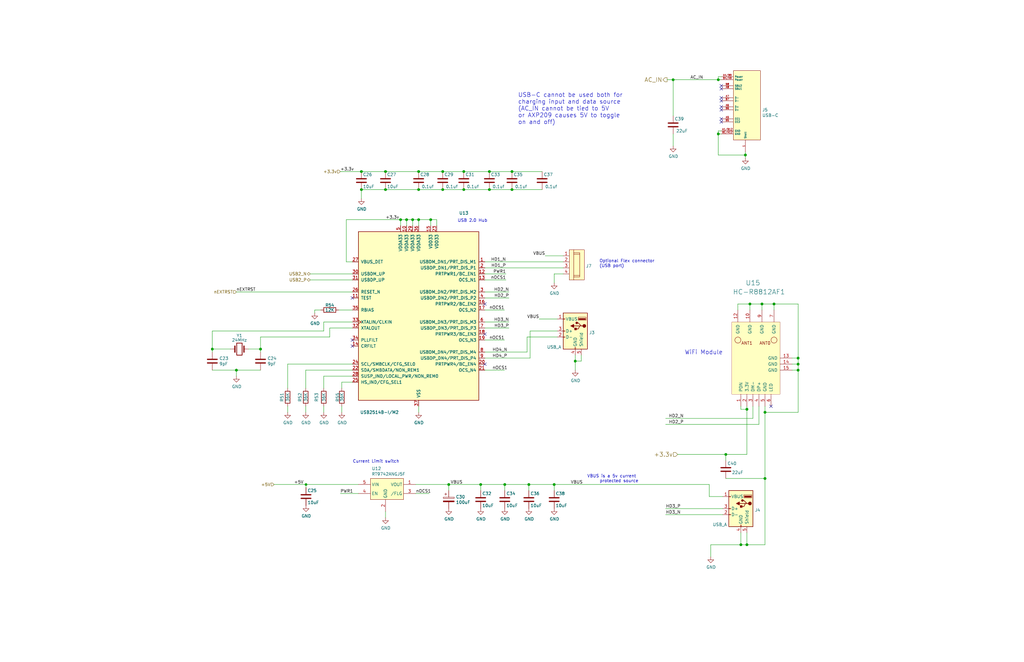
<source format=kicad_sch>
(kicad_sch (version 20211123) (generator eeschema)
  (paper "B")
  (title_block (title "ConnectBox CM4 for China Case ") (date "2022-07-24") (rev "1.8.4") (comment 1 "JRA"))
  (lib_symbols
    (symbol "Connector:USB_A" (pin_names (offset 1.016))
      (property "Reference" "J" (at -5.08 11.43 0))
      (property "Value" "USB_A" (at -5.08 8.89 0))
      (symbol "USB_A_0_1"
        (rectangle (start -5.08 -7.62) (end 5.08 7.62) (stroke (width 0.254)) (fill (type background)))
        (circle (center -3.81 2.159) (radius 0.635) (stroke (width 0.254)) (fill (type outline)))
        (rectangle (start -1.524 4.826) (end -4.318 5.334) (fill (type outline)))
        (rectangle (start -1.27 4.572) (end -4.572 5.842))
        (circle (center -0.635 3.429) (radius 0.381) (stroke (width 0.254)) (fill (type outline)))
        (rectangle (start -0.127 -7.62) (end 0.127 -6.858))
        (polyline (pts (xy -3.175 2.159) (xy -2.54 2.159) (xy -1.27 3.429) (xy -0.635 3.429)) (stroke (width 0.254)))
        (polyline (pts (xy -2.54 2.159) (xy -1.905 2.159) (xy -1.27 0.889) (xy 0 0.889)) (stroke (width 0.254)))
        (polyline (pts (xy 0.635 2.794) (xy 0.635 1.524) (xy 1.905 2.159) (xy 0.635 2.794)) (stroke (width 0.254)) (fill (type outline)))
        (rectangle (start 0.254 1.27) (end -0.508 0.508) (stroke (width 0.254)) (fill (type outline)))
        (rectangle (start 5.08 -2.667) (end 4.318 -2.413))
        (rectangle (start 5.08 -0.127) (end 4.318 0.127))
        (rectangle (start 5.08 4.953) (end 4.318 5.207))
      )
      (symbol "USB_A_1_1"
        (polyline (pts (xy -1.905 2.159) (xy 0.635 2.159)) (stroke (width 0.254)))
        (pin power_in line (at 7.62 5.08 180) (length 2.54) (name "VBUS") (number "1"))
        (pin bidirectional line (at 7.62 -2.54 180) (length 2.54) (name "D-") (number "2"))
        (pin bidirectional line (at 7.62 0 180) (length 2.54) (name "D+") (number "3"))
        (pin power_in line (at 0 -10.16 90) (length 2.54) (name "GND") (number "4"))
        (pin passive line (at -2.54 -10.16 90) (length 2.54) (name "Shield") (number "5"))
      )
    )
    (symbol "Custom_1:CP" (pin_numbers hide) (pin_names (offset 0.254))
      (property "Reference" "C20" (at 0.3811 3.3009 0))
      (property "Value" "CP" (at 0.3811 -2.8078 0))
      (symbol "CP_0_1"
        (rectangle (start -2.286 0.508) (end 2.286 1.016))
        (polyline (pts (xy -1.778 2.286) (xy -0.762 2.286)))
        (polyline (pts (xy -1.27 2.794) (xy -1.27 1.778)))
        (rectangle (start 2.286 -0.508) (end -2.286 -1.016) (fill (type outline)))
      )
      (symbol "CP_1_1"
        (pin passive line (at 0 3.81 270) (length 2.794) (name "~") (number "1"))
        (pin passive line (at 0 -3.81 90) (length 2.794) (name "~") (number "2"))
      )
    )
    (symbol "Custom_1:Flex-4"
      (property "Reference" "J" (at -5.08 7.62 0))
      (symbol "Flex-4_0_1"
        (polyline (pts (xy 1.905 -4.445) (xy 1.905 4.445)) (stroke (width 0.1524)))
        (polyline (pts (xy 1.905 -5.08) (xy 1.905 -4.445) (xy 4.445 -4.445)) (stroke (width 0.1524)))
        (polyline (pts (xy 1.905 5.08) (xy 1.905 4.445) (xy 4.445 4.445)) (stroke (width 0.1524)))
        (polyline (pts (xy 1.905 6.35) (xy 1.905 5.08) (xy 4.445 5.08) (xy 4.445 -5.08) (xy 1.905 -5.08) (xy 1.905 -6.35)) (stroke (width 0.1524)))
        (rectangle (start 0 6.35) (end 6.35 -6.35) (stroke (width 0.1524)) (fill (type background)))
      )
      (symbol "Flex-4_1_1"
        (pin input line (at -2.54 3.81 0) (length 2.54) (name "") (number "1"))
        (pin input line (at -2.54 1.27 0) (length 2.54) (name "") (number "2"))
        (pin input line (at -2.54 -1.27 0) (length 2.54) (name "") (number "3"))
        (pin input line (at -2.54 -3.81 0) (length 2.54) (name "") (number "4"))
      )
    )
    (symbol "Custom_1:HC-R8812AU2" (pin_names (offset 1.016))
      (property "Reference" "U" (at -26.67 19.05 0))
      (property "Value" "HC-R8812AU2" (at -33.02 12.7 0))
      (symbol "HC-R8812AU2_0_0"
        (text "ANT0" (at -3.81 21.59 0) (effects (font (size 1.27 1.27))))
        (text "ANT1" (at -11.43 21.59 0) (effects (font (size 1.27 1.27))))
      )
      (symbol "HC-R8812AU2_0_1"
        (rectangle (start -17.78 0) (end 2.54 30.48) (stroke (width 0.0254)) (fill (type background)))
        (circle (center -15.24 22.86) (radius 1.27))
        (circle (center 0 22.86) (radius 1.27))
      )
      (symbol "HC-R8812AU2_1_1"
        (pin input line (at -13.97 -5.08 90) (length 5.08) (name "PDN") (number "1"))
        (pin input line (at -10.16 35.56 270) (length 5.08) (name "GND") (number "10"))
        (pin input line (at -15.24 35.56 270) (length 5.08) (name "GND") (number "12"))
        (pin input line (at 7.62 15.24 180) (length 5.08) (name "GND") (number "13"))
        (pin input line (at 7.62 12.7 180) (length 5.08) (name "GND") (number "14"))
        (pin input line (at 7.62 10.16 180) (length 5.08) (name "GND") (number "15"))
        (pin input line (at -11.43 -5.08 90) (length 5.08) (name "3.3V") (number "2"))
        (pin input line (at -8.89 -5.08 90) (length 5.08) (name "DM-") (number "3"))
        (pin input line (at -6.35 -5.08 90) (length 5.08) (name "DP+") (number "4"))
        (pin input line (at -3.81 -5.08 90) (length 5.08) (name "GND") (number "5"))
        (pin input line (at -1.27 -5.08 90) (length 5.08) (name "LED") (number "6"))
        (pin input line (at 0 35.56 270) (length 5.08) (name "GND") (number "7"))
        (pin input line (at -5.08 35.56 270) (length 5.08) (name "GND") (number "9"))
      )
    )
    (symbol "Custom_1:T9742ANGJ5F"
      (property "Reference" "U" (at -2.54 13.97 0))
      (property "Value" "T9742ANGJ5F" (at 2.54 11.43 0))
      (symbol "T9742ANGJ5F_0_1"
        (rectangle (start -7.62 8.89) (end 6.35 0) (stroke (width 0.1524)) (fill (type background)))
      )
      (symbol "T9742ANGJ5F_1_1"
        (pin power_out line (at 11.43 6.35 180) (length 5.08) (name "VOUT") (number "1"))
        (pin input line (at -1.27 -5.08 90) (length 5.08) (name "GND") (number "2"))
        (pin input line (at 11.43 2.54 180) (length 5.08) (name "/FLG") (number "3"))
        (pin input line (at -12.7 2.54 0) (length 5.08) (name "EN") (number "4"))
        (pin input line (at -12.7 6.35 0) (length 5.08) (name "VIN") (number "5"))
      )
    )
    (symbol "Custom_1:USB-C"
      (property "Reference" "P" (at -2.54 17.78 0))
      (property "Value" "USB-C" (at -10.16 -7.62 0))
      (symbol "USB-C_0_1"
        (rectangle (start -5.08 16.51) (end 6.35 -12.7) (stroke (width 0.1524)) (fill (type background)))
      )
      (symbol "USB-C_1_1"
        (pin input line (at 1.27 -17.78 90) (length 5.08) (name "Shell") (number "1"))
        (pin input line (at 11.43 -8.89 180) (length 5.08) (name "GND") (number "A1/B12"))
        (pin input line (at 11.43 13.97 180) (length 5.08) (name "Power") (number "A4/B9"))
        (pin input line (at 11.43 -3.81 180) (length 5.08) (name "CC1") (number "A5"))
        (pin input line (at 11.43 1.27 180) (length 5.08) (name "D+") (number "A6"))
        (pin input line (at 11.43 5.08 180) (length 5.08) (name "D-") (number "A7"))
        (pin input line (at 11.43 8.89 180) (length 5.08) (name "SBU1") (number "A8"))
        (pin input line (at 11.43 -10.16 180) (length 5.08) (name "GND") (number "B1/A12"))
        (pin input line (at 11.43 12.7 180) (length 5.08) (name "Power") (number "B4/A9"))
        (pin input line (at 11.43 -5.08 180) (length 5.08) (name "CC2") (number "B5"))
        (pin input line (at 11.43 0 180) (length 5.08) (name "D+") (number "B6"))
        (pin input line (at 11.43 3.81 180) (length 5.08) (name "D-") (number "B7"))
        (pin input line (at 11.43 10.16 180) (length 5.08) (name "SBU2") (number "B8"))
      )
    )
    (symbol "Device:C" (pin_numbers hide) (pin_names (offset 0.254))
      (property "Reference" "C" (at 0.635 2.54 0))
      (property "Value" "C" (at 0.635 -2.54 0))
      (symbol "C_0_1"
        (polyline (pts (xy -2.032 -0.762) (xy 2.032 -0.762)) (stroke (width 0.508)))
        (polyline (pts (xy -2.032 0.762) (xy 2.032 0.762)) (stroke (width 0.508)))
      )
      (symbol "C_1_1"
        (pin passive line (at 0 3.81 270) (length 2.794) (name "~") (number "1"))
        (pin passive line (at 0 -3.81 90) (length 2.794) (name "~") (number "2"))
      )
    )
    (symbol "Device:Crystal" (pin_numbers hide) (pin_names (offset 1.016) hide)
      (property "Reference" "Y" (at 0 3.81 0))
      (property "Value" "Crystal" (at 0 -3.81 0))
      (symbol "Crystal_0_1"
        (rectangle (start -1.143 2.54) (end 1.143 -2.54) (stroke (width 0.3048)))
        (polyline (pts (xy -2.54 0) (xy -1.905 0)))
        (polyline (pts (xy -1.905 -1.27) (xy -1.905 1.27)) (stroke (width 0.508)))
        (polyline (pts (xy 1.905 -1.27) (xy 1.905 1.27)) (stroke (width 0.508)))
        (polyline (pts (xy 2.54 0) (xy 1.905 0)))
      )
      (symbol "Crystal_1_1"
        (pin passive line (at -3.81 0 0) (length 1.27) (name "1") (number "1"))
        (pin passive line (at 3.81 0 180) (length 1.27) (name "2") (number "2"))
      )
    )
    (symbol "Device:R" (pin_numbers hide) (pin_names (offset 0))
      (property "Reference" "R" (at 2.032 0 90))
      (property "Value" "R" (at 0 0 90))
      (symbol "R_0_1"
        (rectangle (start -1.016 -2.54) (end 1.016 2.54) (stroke (width 0.254)))
      )
      (symbol "R_1_1"
        (pin passive line (at 0 3.81 270) (length 1.27) (name "~") (number "1"))
        (pin passive line (at 0 -3.81 90) (length 1.27) (name "~") (number "2"))
      )
    )
    (symbol "GND_1" (power) (pin_numbers hide) (pin_names (offset 0) hide)
      (property "Value" "GND_1" (at 0 -3.81 0))
      (symbol "GND_1_0_1"
        (polyline (pts (xy 0 0) (xy 0 -1.27) (xy 1.27 -1.27) (xy 0 -2.54) (xy -1.27 -1.27) (xy 0 -1.27)))
      )
      (symbol "GND_1_1_1"
        (pin power_in line (at 0 0 270) (length 0) hide (name "GND") (number "1"))
      )
    )
    (symbol "GND_2" (power) (pin_numbers hide) (pin_names (offset 0) hide)
      (property "Value" "GND_2" (at 0 -3.81 0))
      (symbol "GND_2_0_1"
        (polyline (pts (xy 0 0) (xy 0 -1.27) (xy 1.27 -1.27) (xy 0 -2.54) (xy -1.27 -1.27) (xy 0 -1.27)))
      )
      (symbol "GND_2_1_1"
        (pin power_in line (at 0 0 270) (length 0) hide (name "GND") (number "1"))
      )
    )
    (symbol "Interface_USB:USB2514B_Bi" (pin_names (offset 1.016))
      (property "Reference" "U" (at -17.78 40.64 0))
      (property "Value" "USB2514B_Bi" (at -20.32 38.1 0))
      (symbol "USB2514B_Bi_0_1"
        (rectangle (start -25.4 35.56) (end 25.4 -35.56) (stroke (width 0.254)) (fill (type background)))
      )
      (symbol "USB2514B_Bi_1_1"
        (pin bidirectional line (at 27.94 22.86 180) (length 2.54) (name "USBDM_DN1/PRT_DIS_M1") (number "1"))
        (pin power_in line (at -5.08 38.1 270) (length 2.54) (name "VDDA33") (number "10"))
        (pin input line (at -27.94 7.62 0) (length 2.54) (name "TEST") (number "11"))
        (pin bidirectional line (at 27.94 17.78 180) (length 2.54) (name "PRTPWR1/BC_EN1") (number "12"))
        (pin input line (at 27.94 15.24 180) (length 2.54) (name "OCS_N1") (number "13"))
        (pin input line (at -27.94 -12.7 0) (length 2.54) (name "CRFILT") (number "14"))
        (pin power_in line (at 5.08 38.1 270) (length 2.54) (name "VDD33") (number "15"))
        (pin bidirectional line (at 27.94 5.08 180) (length 2.54) (name "PRTPWR2/BC_EN2") (number "16"))
        (pin input line (at 27.94 2.54 180) (length 2.54) (name "OCS_N2") (number "17"))
        (pin bidirectional line (at 27.94 -7.62 180) (length 2.54) (name "PRTPWR3/BC_EN3") (number "18"))
        (pin input line (at 27.94 -10.16 180) (length 2.54) (name "OCS_N3") (number "19"))
        (pin bidirectional line (at 27.94 20.32 180) (length 2.54) (name "USBDP_DN1/PRT_DIS_P1") (number "2"))
        (pin bidirectional line (at 27.94 -20.32 180) (length 2.54) (name "PRTPWR4/BC_EN4") (number "20"))
        (pin input line (at 27.94 -22.86 180) (length 2.54) (name "OCS_N4") (number "21"))
        (pin bidirectional line (at -27.94 -22.86 0) (length 2.54) (name "SDA/SMBDATA/NON_REM1") (number "22"))
        (pin power_in line (at 7.62 38.1 270) (length 2.54) (name "VDD33") (number "23"))
        (pin bidirectional line (at -27.94 -20.32 0) (length 2.54) (name "SCL/SMBCLK/CFG_SEL0") (number "24"))
        (pin bidirectional line (at -27.94 -27.94 0) (length 2.54) (name "HS_IND/CFG_SEL1") (number "25"))
        (pin input line (at -27.94 10.16 0) (length 2.54) (name "RESET_N") (number "26"))
        (pin input line (at -27.94 22.86 0) (length 2.54) (name "VBUS_DET") (number "27"))
        (pin bidirectional line (at -27.94 -25.4 0) (length 2.54) (name "SUSP_IND/LOCAL_PWR/NON_REM0") (number "28"))
        (pin power_in line (at -2.54 38.1 270) (length 2.54) (name "VDDA33") (number "29"))
        (pin bidirectional line (at 27.94 10.16 180) (length 2.54) (name "USBDM_DN2/PRT_DIS_M2") (number "3"))
        (pin bidirectional line (at -27.94 17.78 0) (length 2.54) (name "USBDM_UP") (number "30"))
        (pin bidirectional line (at -27.94 15.24 0) (length 2.54) (name "USBDP_UP") (number "31"))
        (pin output line (at -27.94 -5.08 0) (length 2.54) (name "XTALOUT") (number "32"))
        (pin input clock (at -27.94 -2.54 0) (length 2.54) (name "XTALIN/CLKIN") (number "33"))
        (pin input line (at -27.94 -10.16 0) (length 2.54) (name "PLLFILT") (number "34"))
        (pin input line (at -27.94 2.54 0) (length 2.54) (name "RBIAS") (number "35"))
        (pin power_in line (at 0 38.1 270) (length 2.54) (name "VDDA33") (number "36"))
        (pin power_in line (at 0 -38.1 90) (length 2.54) (name "VSS") (number "37"))
        (pin bidirectional line (at 27.94 7.62 180) (length 2.54) (name "USBDP_DN2/PRT_DIS_P2") (number "4"))
        (pin power_in line (at -7.62 38.1 270) (length 2.54) (name "VDDA33") (number "5"))
        (pin bidirectional line (at 27.94 -2.54 180) (length 2.54) (name "USBDM_DN3/PRT_DIS_M3") (number "6"))
        (pin bidirectional line (at 27.94 -5.08 180) (length 2.54) (name "USBDP_DN3/PRT_DIS_P3") (number "7"))
        (pin bidirectional line (at 27.94 -15.24 180) (length 2.54) (name "USBDM_DN4/PRT_DIS_M4") (number "8"))
        (pin bidirectional line (at 27.94 -17.78 180) (length 2.54) (name "USBDP_DN4/PRT_DIS_P4") (number "9"))
      )
    )
    (symbol "power:GND" (power) (pin_names (offset 0))
      (property "Value" "GND" (at 0 -3.81 0))
      (symbol "GND_0_1"
        (polyline (pts (xy 0 0) (xy 0 -1.27) (xy 1.27 -1.27) (xy 0 -2.54) (xy -1.27 -1.27) (xy 0 -1.27)))
      )
      (symbol "GND_1_1"
        (pin power_in line (at 0 0 270) (length 0) hide (name "GND") (number "1"))
      )
    )
  )
  (junction (at 168.91 92.71) (diameter 1.016))
  (junction (at 186.69 72.39) (diameter 1.016))
  (junction (at 176.53 92.71) (diameter 1.016))
  (junction (at 173.99 92.71) (diameter 1.016))
  (junction (at 181.61 92.71) (diameter 1.016))
  (junction (at 321.31 128.27) (diameter 1.016))
  (junction (at 233.68 204.47) (diameter 1.016))
  (junction (at 99.695 156.21) (diameter 1.016))
  (junction (at 302.895 56.515) (diameter 1.016))
  (junction (at 202.692 204.47) (diameter 1.016))
  (junction (at 314.96 229.87) (diameter 1.016))
  (junction (at 171.45 92.71) (diameter 1.016))
  (junction (at 322.58 201.93) (diameter 1.016))
  (junction (at 206.375 72.39) (diameter 1.016))
  (junction (at 223.012 204.47) (diameter 1.016))
  (junction (at 316.23 128.27) (diameter 1.016))
  (junction (at 336.55 156.21) (diameter 1.016))
  (junction (at 326.39 128.27) (diameter 1.016))
  (junction (at 129.032 204.47))
  (junction (at 336.55 151.13) (diameter 1.016))
  (junction (at 162.56 80.01) (diameter 1.016))
  (junction (at 322.58 173.99) (diameter 1.016))
  (junction (at 195.58 80.01) (diameter 1.016))
  (junction (at 189.23 204.47) (diameter 1.016))
  (junction (at 215.9 72.39) (diameter 1.016))
  (junction (at 314.96 172.72) (diameter 1.016))
  (junction (at 152.4 80.01) (diameter 1.016))
  (junction (at 242.57 152.4) (diameter 1.016))
  (junction (at 206.375 80.01) (diameter 1.016))
  (junction (at 162.56 72.39) (diameter 1.016))
  (junction (at 283.845 33.655) (diameter 1.016))
  (junction (at 186.69 80.01) (diameter 1.016))
  (junction (at 212.852 204.47) (diameter 1.016))
  (junction (at 195.58 72.39) (diameter 1.016))
  (junction (at 215.9 80.01) (diameter 1.016))
  (junction (at 312.42 229.87) (diameter 1.016))
  (junction (at 109.855 147.32) (diameter 1.016))
  (junction (at 176.53 80.01) (diameter 1.016))
  (junction (at 302.895 33.655) (diameter 1.016))
  (junction (at 314.325 65.405) (diameter 1.016))
  (junction (at 306.07 191.77) (diameter 1.016))
  (junction (at 152.4 72.39) (diameter 1.016))
  (junction (at 336.55 153.67) (diameter 1.016))
  (junction (at 176.53 72.39) (diameter 1.016))
  (junction (at 89.535 147.32) (diameter 1.016))
  (no_connect (at 325.12 171.45))
  (no_connect (at 304.165 37.465))
  (no_connect (at 304.165 41.275))
  (no_connect (at 304.165 46.355))
  (no_connect (at 304.165 45.085))
  (no_connect (at 304.165 42.545))
  (no_connect (at 304.165 51.435))
  (no_connect (at 304.165 50.165))
  (no_connect (at 148.59 143.51))
  (no_connect (at 148.59 125.73))
  (no_connect (at 304.165 36.195))
  (no_connect (at 204.47 128.27))
  (no_connect (at 204.47 140.97))
  (no_connect (at 204.47 153.67))
  (no_connect (at 148.59 146.05))
  (wire (pts (xy 144.145 171.45) (xy 144.145 173.99)))
  (wire (pts (xy 129.032 204.47) (xy 151.13 204.47)))
  (wire (pts (xy 89.535 139.7) (xy 89.535 147.32)))
  (wire (pts (xy 144.145 161.29) (xy 148.59 161.29)))
  (wire (pts (xy 280.67 179.07) (xy 320.04 179.07)))
  (wire (pts (xy 320.04 171.45) (xy 320.04 179.07)))
  (wire (pts (xy 304.165 33.655) (xy 302.895 33.655)))
  (wire (pts (xy 223.012 204.47) (xy 223.012 207.01)))
  (wire (pts (xy 128.905 171.45) (xy 128.905 173.99)))
  (wire (pts (xy 299.085 209.55) (xy 299.085 204.47)))
  (wire (pts (xy 304.165 55.245) (xy 302.895 55.245)))
  (wire (pts (xy 242.57 149.86) (xy 242.57 152.4)))
  (wire (pts (xy 242.57 152.4) (xy 242.57 156.21)))
  (wire (pts (xy 306.07 191.77) (xy 314.96 191.77)))
  (wire (pts (xy 136.525 158.75) (xy 148.59 158.75)))
  (wire (pts (xy 204.47 143.51) (xy 212.725 143.51)))
  (wire (pts (xy 202.692 204.47) (xy 212.852 204.47)))
  (wire (pts (xy 204.47 138.43) (xy 214.63 138.43)))
  (wire (pts (xy 312.42 229.87) (xy 314.96 229.87)))
  (wire (pts (xy 314.96 229.87) (xy 322.58 229.87)))
  (wire (pts (xy 336.55 153.67) (xy 336.55 151.13)))
  (wire (pts (xy 128.905 163.83) (xy 128.905 156.21)))
  (wire (pts (xy 326.39 130.81) (xy 326.39 128.27)))
  (wire (pts (xy 128.905 156.21) (xy 148.59 156.21)))
  (wire (pts (xy 321.31 128.27) (xy 321.31 130.81)))
  (wire (pts (xy 204.47 125.73) (xy 214.63 125.73)))
  (wire (pts (xy 314.96 172.72) (xy 314.96 191.77)))
  (wire (pts (xy 326.39 128.27) (xy 321.31 128.27)))
  (wire (pts (xy 222.25 142.24) (xy 234.95 142.24)))
  (wire (pts (xy 222.25 148.59) (xy 222.25 142.24)))
  (wire (pts (xy 168.91 92.71) (xy 171.45 92.71)))
  (wire (pts (xy 171.45 92.71) (xy 173.99 92.71)))
  (wire (pts (xy 173.99 92.71) (xy 176.53 92.71)))
  (wire (pts (xy 176.53 92.71) (xy 181.61 92.71)))
  (wire (pts (xy 181.61 92.71) (xy 184.15 92.71)))
  (wire (pts (xy 184.15 92.71) (xy 184.15 95.25)))
  (wire (pts (xy 136.525 171.45) (xy 136.525 173.99)))
  (wire (pts (xy 104.775 147.32) (xy 109.855 147.32)))
  (wire (pts (xy 139.065 142.24) (xy 109.855 142.24)))
  (wire (pts (xy 204.47 118.11) (xy 213.36 118.11)))
  (wire (pts (xy 280.67 217.17) (xy 304.8 217.17)))
  (wire (pts (xy 171.45 92.71) (xy 171.45 95.25)))
  (wire (pts (xy 304.165 56.515) (xy 302.895 56.515)))
  (wire (pts (xy 283.845 33.655) (xy 283.845 48.895)))
  (wire (pts (xy 175.26 204.47) (xy 189.23 204.47)))
  (wire (pts (xy 99.695 123.19) (xy 148.59 123.19)))
  (wire (pts (xy 223.52 139.7) (xy 223.52 151.13)))
  (wire (pts (xy 234.95 139.7) (xy 223.52 139.7)))
  (wire (pts (xy 144.145 163.83) (xy 144.145 161.29)))
  (wire (pts (xy 336.55 173.99) (xy 336.55 156.21)))
  (wire (pts (xy 175.26 208.28) (xy 180.975 208.28)))
  (wire (pts (xy 204.47 148.59) (xy 222.25 148.59)))
  (wire (pts (xy 148.59 138.43) (xy 139.065 138.43)))
  (wire (pts (xy 89.535 148.59) (xy 89.535 147.32)))
  (wire (pts (xy 314.96 224.79) (xy 314.96 229.87)))
  (wire (pts (xy 281.305 33.655) (xy 283.845 33.655)))
  (wire (pts (xy 283.845 33.655) (xy 302.895 33.655)))
  (wire (pts (xy 148.59 110.49) (xy 146.05 110.49)))
  (wire (pts (xy 212.852 204.47) (xy 223.012 204.47)))
  (wire (pts (xy 129.032 205.74) (xy 129.032 204.47)))
  (wire (pts (xy 306.07 191.77) (xy 306.07 194.31)))
  (wire (pts (xy 136.525 139.7) (xy 89.535 139.7)))
  (wire (pts (xy 322.58 173.99) (xy 322.58 201.93)))
  (wire (pts (xy 302.895 33.655) (xy 302.895 32.385)))
  (wire (pts (xy 314.325 65.405) (xy 314.325 66.675)))
  (wire (pts (xy 146.05 110.49) (xy 146.05 92.71)))
  (wire (pts (xy 322.58 171.45) (xy 322.58 173.99)))
  (wire (pts (xy 283.845 56.515) (xy 283.845 61.595)))
  (wire (pts (xy 181.61 92.71) (xy 181.61 95.25)))
  (wire (pts (xy 204.47 113.03) (xy 237.49 113.03)))
  (wire (pts (xy 302.895 65.405) (xy 314.325 65.405)))
  (wire (pts (xy 312.42 172.72) (xy 314.96 172.72)))
  (wire (pts (xy 136.525 163.83) (xy 136.525 158.75)))
  (wire (pts (xy 204.47 115.57) (xy 213.36 115.57)))
  (wire (pts (xy 212.852 204.47) (xy 212.852 207.01)))
  (wire (pts (xy 121.285 171.45) (xy 121.285 173.99)))
  (wire (pts (xy 280.67 176.53) (xy 317.5 176.53)))
  (wire (pts (xy 317.5 171.45) (xy 317.5 176.53)))
  (wire (pts (xy 99.695 156.21) (xy 109.855 156.21)))
  (wire (pts (xy 280.67 214.63) (xy 304.8 214.63)))
  (wire (pts (xy 285.75 191.77) (xy 306.07 191.77)))
  (wire (pts (xy 233.68 204.47) (xy 299.085 204.47)))
  (wire (pts (xy 299.085 209.55) (xy 304.8 209.55)))
  (wire (pts (xy 176.53 171.45) (xy 176.53 173.99)))
  (wire (pts (xy 322.58 201.93) (xy 306.07 201.93)))
  (wire (pts (xy 237.49 115.57) (xy 233.68 115.57)))
  (wire (pts (xy 334.01 153.67) (xy 336.55 153.67)))
  (wire (pts (xy 336.55 156.21) (xy 336.55 153.67)))
  (wire (pts (xy 302.895 56.515) (xy 302.895 55.245)))
  (wire (pts (xy 115.57 204.47) (xy 129.032 204.47)))
  (wire (pts (xy 312.42 224.79) (xy 312.42 229.87)))
  (wire (pts (xy 204.47 123.19) (xy 214.63 123.19)))
  (wire (pts (xy 321.31 128.27) (xy 316.23 128.27)))
  (wire (pts (xy 89.535 156.21) (xy 99.695 156.21)))
  (wire (pts (xy 189.23 204.47) (xy 202.692 204.47)))
  (wire (pts (xy 143.51 72.39) (xy 152.4 72.39)))
  (wire (pts (xy 152.4 72.39) (xy 162.56 72.39)))
  (wire (pts (xy 148.59 115.57) (xy 130.81 115.57)))
  (wire (pts (xy 314.325 64.135) (xy 314.325 65.405)))
  (wire (pts (xy 136.525 135.89) (xy 136.525 139.7)))
  (wire (pts (xy 242.57 152.4) (xy 245.11 152.4)))
  (wire (pts (xy 245.11 149.86) (xy 245.11 152.4)))
  (wire (pts (xy 176.53 92.71) (xy 176.53 95.25)))
  (wire (pts (xy 227.33 134.62) (xy 234.95 134.62)))
  (wire (pts (xy 302.895 56.515) (xy 302.895 65.405)))
  (wire (pts (xy 304.165 32.385) (xy 302.895 32.385)) (stroke (width 0.1524)))
  (wire (pts (xy 132.715 130.81) (xy 132.715 132.08)))
  (wire (pts (xy 162.56 215.9) (xy 162.56 218.44)))
  (wire (pts (xy 229.87 107.95) (xy 237.49 107.95)))
  (wire (pts (xy 204.47 110.49) (xy 237.49 110.49)))
  (wire (pts (xy 311.15 128.27) (xy 311.15 130.81)))
  (wire (pts (xy 121.285 153.67) (xy 148.59 153.67)))
  (wire (pts (xy 130.81 118.11) (xy 148.59 118.11)))
  (wire (pts (xy 314.96 171.45) (xy 314.96 172.72)))
  (wire (pts (xy 316.23 128.27) (xy 311.15 128.27)))
  (wire (pts (xy 135.255 130.81) (xy 132.715 130.81)))
  (wire (pts (xy 162.56 72.39) (xy 176.53 72.39)))
  (wire (pts (xy 176.53 72.39) (xy 186.69 72.39)))
  (wire (pts (xy 186.69 72.39) (xy 195.58 72.39)))
  (wire (pts (xy 195.58 72.39) (xy 206.375 72.39)))
  (wire (pts (xy 206.375 72.39) (xy 215.9 72.39)))
  (wire (pts (xy 215.9 72.39) (xy 228.6 72.39)))
  (wire (pts (xy 204.47 156.21) (xy 212.725 156.21)))
  (wire (pts (xy 336.55 151.13) (xy 334.01 151.13)))
  (wire (pts (xy 142.875 130.81) (xy 148.59 130.81)))
  (wire (pts (xy 316.23 128.27) (xy 316.23 130.81)))
  (wire (pts (xy 322.58 173.99) (xy 336.55 173.99)))
  (wire (pts (xy 189.23 204.47) (xy 189.23 207.01)))
  (wire (pts (xy 299.72 229.87) (xy 299.72 234.95)))
  (wire (pts (xy 312.42 229.87) (xy 299.72 229.87)))
  (wire (pts (xy 233.68 207.01) (xy 233.68 204.47)))
  (wire (pts (xy 223.012 204.47) (xy 233.68 204.47)))
  (wire (pts (xy 121.285 163.83) (xy 121.285 153.67)))
  (wire (pts (xy 139.065 138.43) (xy 139.065 142.24)))
  (wire (pts (xy 109.855 147.32) (xy 109.855 148.59)))
  (wire (pts (xy 204.47 130.81) (xy 212.725 130.81)))
  (wire (pts (xy 136.525 135.89) (xy 148.59 135.89)))
  (wire (pts (xy 326.39 128.27) (xy 336.55 128.27)))
  (wire (pts (xy 146.05 92.71) (xy 168.91 92.71)))
  (wire (pts (xy 312.42 171.45) (xy 312.42 172.72)))
  (wire (pts (xy 99.695 156.21) (xy 99.695 158.75)))
  (wire (pts (xy 152.4 83.82) (xy 152.4 80.01)))
  (wire (pts (xy 336.55 128.27) (xy 336.55 151.13)))
  (wire (pts (xy 202.692 207.01) (xy 202.692 204.47)))
  (wire (pts (xy 334.01 156.21) (xy 336.55 156.21)))
  (wire (pts (xy 152.4 80.01) (xy 162.56 80.01)))
  (wire (pts (xy 162.56 80.01) (xy 176.53 80.01)))
  (wire (pts (xy 176.53 80.01) (xy 186.69 80.01)))
  (wire (pts (xy 186.69 80.01) (xy 195.58 80.01)))
  (wire (pts (xy 195.58 80.01) (xy 206.375 80.01)))
  (wire (pts (xy 206.375 80.01) (xy 215.9 80.01)))
  (wire (pts (xy 215.9 80.01) (xy 228.6 80.01)))
  (wire (pts (xy 322.58 201.93) (xy 322.58 229.87)))
  (wire (pts (xy 204.47 151.13) (xy 223.52 151.13)))
  (wire (pts (xy 173.99 92.71) (xy 173.99 95.25)))
  (wire (pts (xy 89.535 147.32) (xy 97.155 147.32)))
  (wire (pts (xy 109.855 142.24) (xy 109.855 147.32)))
  (wire (pts (xy 233.68 115.57) (xy 233.68 119.38)))
  (wire (pts (xy 168.91 92.71) (xy 168.91 95.25)))
  (wire (pts (xy 204.47 135.89) (xy 214.63 135.89)))
  (wire (pts (xy 143.51 208.28) (xy 151.13 208.28)))
  (text "Current Limit switch" (at 168.402 195.58 180) (effects (font (size 1.27 1.27)) (justify right bottom)))
  (text "USB-C cannot be used both for\ncharging input and data source\n(AC_IN cannot be tied to 5V\nor AXP209 causes 5V to toggle\non and off)" (at 218.44 52.705 0) (effects (font (size 1.778 1.778)) (justify left bottom)))
  (text "Optional Flex connector\n(USB port)" (at 252.73 113.03 0) (effects (font (size 1.27 1.27)) (justify left bottom)))
  (text "USB 2.0 Hub" (at 205.5368 93.9292 180) (effects (font (size 1.27 1.27)) (justify right bottom)))
  (text "VBUS is a 5v current \nprotected source" (at 269.24 203.835 180) (effects (font (size 1.27 1.27)) (justify right bottom)))
  (text "WiFi Module" (at 304.8 149.86 180) (effects (font (size 1.778 1.778)) (justify right bottom)))
  (label "nOCS1" (at 212.725 143.51 180))
  (label "nOCS1" (at 212.725 130.81 180))
  (label "+3.3v" (at 162.56 92.71 0))
  (label "HD1_P" (at 213.36 113.03 180))
  (label "nOCS1" (at 207.645 156.21 0))
  (label "+3.3v" (at 143.51 72.39 0))
  (label "HD2_P" (at 214.63 125.73 180))
  (label "+5V" (at 123.952 204.47 0))
  (label "HD2_N" (at 214.63 123.19 180))
  (label "VBUS" (at 227.33 134.62 180))
  (label "nEXTRST" (at 99.695 123.19 0))
  (label "VBUS" (at 189.992 204.47 0))
  (label "HD4_P" (at 207.645 151.13 0))
  (label "HD2_N" (at 288.29 176.53 180))
  (label "HD1_N" (at 213.36 110.49 180))
  (label "nOCS1" (at 175.387 208.28 0))
  (label "PWR1" (at 143.51 208.28 0))
  (label "HD3_P" (at 287.02 214.63 180))
  (label "HD2_P" (at 288.29 179.07 180))
  (label "HD3_P" (at 214.63 138.43 180))
  (label "HD3_N" (at 287.02 217.17 180))
  (label "AC_IN" (at 296.545 33.655 180))
  (label "HD4_N" (at 207.645 148.59 0))
  (label "VBUS" (at 245.745 204.47 180))
  (label "PWR1" (at 213.36 115.57 180))
  (label "HD3_N" (at 214.63 135.89 180))
  (label "nOCS1" (at 213.36 118.11 180))
  (label "VBUS" (at 229.87 107.95 180))
  (hierarchical_label "USB2_N" (shape bidirectional) (at 130.81 115.57 180))
  (hierarchical_label "+5V" (shape input) (at 115.57 204.47 180))
  (hierarchical_label "+3.3v" (shape input) (at 143.51 72.39 180))
  (hierarchical_label "AC_IN" (shape output) (at 281.305 33.655 180) (effects (font (size 1.778 1.778))))
  (hierarchical_label "+3.3v" (shape input) (at 285.75 191.77 180) (effects (font (size 1.778 1.778))))
  (hierarchical_label "nEXTRST" (shape input) (at 99.695 123.19 180))
  (hierarchical_label "USB2_P" (shape bidirectional) (at 130.81 118.11 180))
  (symbol (lib_id "Connector:USB_A") (at 242.57 139.7 0) (mirror y) (unit 1)
    (property "Reference" "J3" (at 248.4121 140.3361 0) (effects (justify right)))
    (property "Value" "USB_A" (at 230.6321 146.4448 0) (effects (justify right)))
    (property "Footprint" "CustomComponents:USB_A_CUI_smd" (effects hide))
    (property "Datasheet" " ~" (effects hide))
    (property "Manufacturer" "CUI Devices" (effects hide))
    (property "Manufacturer P/N" "UJ2-AH-1-SMT-TR" (effects hide))
    (property "Description" "USB-A  USB 2.0 Receptacle Surface Mount" (effects hide))
    (property "DigiKey P/N" "102-4133-1-ND" (effects hide))
    (property "Type" "SMD" (effects hide))
  )
  (symbol (lib_id "power:GND") (at 99.695 158.75 0) (unit 1)
    (property "Reference" "#PWR021" (effects hide))
    (property "Value" "GND" (at 99.822 163.1442 0))
  )
  (symbol (lib_id "Device:C") (at 89.535 152.4 0) (unit 1)
    (property "Reference" "C23" (at 92.456 151.2316 0) (effects (justify left)))
    (property "Value" "9pF" (at 92.456 153.543 0) (effects (justify left)))
    (property "Footprint" "Capacitor_SMD:C_0603_1608Metric" (effects hide))
    (property "Manufacturer" "TDK" (effects hide))
    (property "Manufacturer P/N" "CGA3E2C0G1H090D080AA" (effects hide))
    (property "Description" "9 pF ±0.5pF 50V Ceramic Capacitor C0G, NP0 0603 (1608 Metric)" (effects hide))
    (property "DigiKey P/N" "445-5627-1-ND" (effects hide))
    (property "Type" "SMD" (effects hide))
  )
  (symbol (lib_id "power:GND") (at 202.692 214.63 0) (unit 1)
    (property "Reference" "#PWR032" (effects hide))
    (property "Value" "GND" (at 202.819 219.0242 0))
  )
  (symbol (lib_id "power:GND") (at 176.53 173.99 0) (unit 1)
    (property "Reference" "#PWR030" (effects hide))
    (property "Value" "GND" (at 176.657 178.3842 0))
  )
  (symbol (lib_name "GND_2") (lib_id "power:GND") (at 242.57 156.21 0) (unit 1)
    (property "Reference" "#PWR037" (effects hide))
    (property "Value" "GND" (at 242.697 160.6042 0))
  )
  (symbol (lib_id "power:GND") (at 233.68 214.63 0) (unit 1)
    (property "Reference" "#PWR035" (effects hide))
    (property "Value" "GND" (at 233.807 219.0242 0))
  )
  (symbol (lib_id "Device:C") (at 162.56 76.2 0) (unit 1)
    (property "Reference" "C27" (at 163.195 73.66 0) (effects (justify left)))
    (property "Value" "10uF" (at 163.195 78.74 0) (effects (justify left)))
    (property "Footprint" "Capacitor_SMD:C_0603_1608Metric" (effects hide))
    (property "Manufacturer" "Samsung Electro-Mechanics" (effects hide))
    (property "Manufacturer P/N" "C0603C106M9PACTU" (effects hide))
    (property "Description" "CAP CER 10UF 6.3V X5R 0603" (effects hide))
    (property "DigiKey P/N" "399-C0603C106M9PAC7867CT-ND" (effects hide))
    (property "Type" "SMD" (effects hide))
  )
  (symbol (lib_id "Device:C") (at 283.845 52.705 0) (unit 1)
    (property "Reference" "C39" (at 284.48 50.165 0) (effects (justify left)))
    (property "Value" "22uF" (at 285.115 55.245 0) (effects (justify left)))
    (property "Footprint" "Capacitor_SMD:C_0603_1608Metric" (effects hide))
    (property "Manufacturer" "Samsung" (effects hide))
    (property "Manufacturer P/N" "CL10A226MQ8NRNC" (effects hide))
    (property "Description" "CAP CER 22UF 6.3V X5R 0603" (effects hide))
    (property "DigiKey P/N" "1276-1193-1-ND" (effects hide))
    (property "Type" "SMD" (effects hide))
  )
  (symbol (lib_id "Device:C") (at 109.855 152.4 0) (unit 1)
    (property "Reference" "C24" (at 112.776 151.2316 0) (effects (justify left)))
    (property "Value" "9pF" (at 112.776 153.543 0) (effects (justify left)))
    (property "Footprint" "Capacitor_SMD:C_0603_1608Metric" (effects hide))
    (property "Manufacturer" "TDK" (effects hide))
    (property "Manufacturer P/N" "CGA3E2C0G1H090D080AA" (effects hide))
    (property "Description" "9 pF ±0.5pF 50V Ceramic Capacitor C0G, NP0 0603 (1608 Metric)" (effects hide))
    (property "DigiKey P/N" "445-5627-1-ND" (effects hide))
    (property "Type" "SMD" (effects hide))
  )
  (symbol (lib_id "Device:R") (at 139.065 130.81 90) (unit 1)
    (property "Reference" "R54" (at 139.065 128.778 90))
    (property "Value" "12K" (at 139.065 130.81 90))
    (property "Footprint" "Resistor_SMD:R_0603_1608Metric" (effects hide))
    (property "Manufacturer" "Yageo" (effects hide))
    (property "Manufacturer P/N" "RC0603FR-0712KL" (effects hide))
    (property "Description" "RES SMD 12K OHM 1% 1/8W 0603" (effects hide))
    (property "DigiKey P/N" "311-12.0KHRCT-ND" (effects hide))
    (property "Type" "SMD" (effects hide))
  )
  (symbol (lib_id "power:GND") (at 121.285 173.99 0) (unit 1)
    (property "Reference" "#PWR022" (effects hide))
    (property "Value" "GND" (at 121.412 178.3842 0))
  )
  (symbol (lib_id "Device:R") (at 144.145 167.64 0) (unit 1)
    (property "Reference" "R55" (at 142.367 167.64 90))
    (property "Value" "36K" (at 144.145 167.64 90))
    (property "Footprint" "Resistor_SMD:R_0603_1608Metric" (effects hide))
    (property "Manufacturer" "Yageo" (effects hide))
    (property "Manufacturer P/N" "RC0603FR-0736KL" (effects hide))
    (property "Description" "RES SMD 36K OHM 1% 1/8W 0603" (effects hide))
    (property "DigiKey P/N" "311-36.0KHRCT-ND" (effects hide))
    (property "Type" "SMD" (effects hide))
  )
  (symbol (lib_id "power:GND") (at 223.012 214.63 0) (unit 1)
    (property "Reference" "#PWR034" (effects hide))
    (property "Value" "GND" (at 223.139 219.0242 0))
  )
  (symbol (lib_id "Connector:USB_A") (at 312.42 214.63 0) (mirror y) (unit 1)
    (property "Reference" "J4" (at 318.2621 215.2661 0) (effects (justify right)))
    (property "Value" "USB_A" (at 300.4821 221.3748 0) (effects (justify right)))
    (property "Footprint" "CustomComponents:USB_A_CUI_smd" (effects hide))
    (property "Datasheet" " ~" (effects hide))
    (property "Manufacturer" "CUI Devices" (effects hide))
    (property "Manufacturer P/N" "UJ2-AH-1-SMT-TR" (effects hide))
    (property "Description" "USB-A  USB 2.0 Receptacle Surface Mount" (effects hide))
    (property "DigiKey P/N" "102-4133-1-ND" (effects hide))
    (property "Type" "SMD" (effects hide))
  )
  (symbol (lib_id "power:GND") (at 283.845 61.595 0) (unit 1)
    (property "Reference" "#PWR038" (effects hide))
    (property "Value" "GND" (at 283.972 65.9892 0))
  )
  (symbol (lib_id "Device:C") (at 223.012 210.82 0) (unit 1)
    (property "Reference" "C36" (at 223.647 208.28 0) (effects (justify left)))
    (property "Value" "10uF" (at 223.647 213.36 0) (effects (justify left)))
    (property "Footprint" "Capacitor_SMD:C_0603_1608Metric" (effects hide))
    (property "Manufacturer" "Samsung Electro-Mechanics" (effects hide))
    (property "Manufacturer P/N" "C0603C106M9PACTU" (effects hide))
    (property "Description" "CAP CER 10UF 6.3V X5R 0603" (effects hide))
    (property "DigiKey P/N" "399-C0603C106M9PAC7867CT-ND" (effects hide))
    (property "Type" "SMD" (effects hide))
  )
  (symbol (lib_id "Custom_1:Flex-4") (at 240.03 111.76 0) (unit 1)
    (property "Reference" "J7" (at 247.0912 112.239 0) (effects (justify left)))
    (property "Value" "Flex-4" (effects hide))
    (property "Footprint" "CustomComponents:SFW4R-1" (effects hide))
    (property "Manufacturer" "Amphenol" (effects hide))
    (property "Manufacturer P/N" "SFW4R" (effects hide))
    (property "Description" "Connector FFC Bottom 4 Position 1.00mm R/A" (effects hide))
    (property "DigiKey P/N" "609-SFW4R-1STE1HLFCT-ND" (effects hide))
  )
  (symbol (lib_id "Device:C") (at 152.4 76.2 0) (unit 1)
    (property "Reference" "C26" (at 153.035 73.66 0) (effects (justify left)))
    (property "Value" "10uF" (at 153.035 78.74 0) (effects (justify left)))
    (property "Footprint" "Capacitor_SMD:C_0603_1608Metric" (effects hide))
    (property "Manufacturer" "Samsung Electro-Mechanics" (effects hide))
    (property "Manufacturer P/N" "C0603C106M9PACTU" (effects hide))
    (property "Description" "CAP CER 10UF 6.3V X5R 0603" (effects hide))
    (property "DigiKey P/N" "399-C0603C106M9PAC7867CT-ND" (effects hide))
    (property "Type" "SMD" (effects hide))
  )
  (symbol (lib_id "power:GND") (at 189.23 214.63 0) (unit 1)
    (property "Reference" "#PWR031" (effects hide))
    (property "Value" "GND" (at 189.357 219.0242 0))
  )
  (symbol (lib_id "Custom_1:T9742ANGJ5F") (at 163.83 210.82 0) (unit 1)
    (property "Reference" "U12" (at 158.75 197.739 0))
    (property "Value" "RT9742ANGJ5F" (at 163.83 200.0504 0))
    (property "Footprint" "Package_TO_SOT_SMD:SOT-23-5" (effects hide))
    (property "Datasheet" "https://www.richtek.com/assets/product_file/RT9742/DS9742-00.pdf" (effects hide))
    (property "Manufacturer" "Richtek" (effects hide))
    (property "Manufacturer P/N" "RT9742ANGJ5F" (effects hide))
    (property "Description" "Power Switch/Driver 1:1 N-Channel 1A TSOT-23-5" (effects hide))
    (property "DigiKey P/N" "1028-1427-1-ND" (effects hide))
    (property "Type" "SMD" (effects hide))
  )
  (symbol (lib_id "power:GND") (at 129.032 213.36 0) (unit 1)
    (property "Reference" "#PWR024" (effects hide))
    (property "Value" "GND" (at 129.159 217.7542 0))
  )
  (symbol (lib_id "Device:C") (at 186.69 76.2 0) (unit 1)
    (property "Reference" "C29" (at 187.325 73.66 0) (effects (justify left)))
    (property "Value" "0.1uf" (at 187.96 78.74 0) (effects (justify left)))
    (property "Footprint" "Capacitor_SMD:C_0603_1608Metric" (effects hide))
    (property "Manufacturer" "KEMET" (effects hide))
    (property "Manufacturer P/N" "C0603C104K9PAC7867" (effects hide))
    (property "Description" "CAP CER 0.1UF 6.3V X5R 0603" (effects hide))
    (property "DigiKey P/N" "399-17575-1-ND" (effects hide))
    (property "Type" "SMD" (effects hide))
  )
  (symbol (lib_id "power:GND") (at 136.525 173.99 0) (unit 1)
    (property "Reference" "#PWR026" (effects hide))
    (property "Value" "GND" (at 136.652 178.3842 0))
  )
  (symbol (lib_id "Interface_USB:USB2514B_Bi") (at 176.53 133.35 0) (unit 1)
    (property "Reference" "U13" (at 195.58 89.8906 0))
    (property "Value" "USB2514B-I/M2" (at 160.02 173.99 0))
    (property "Footprint" "Package_DFN_QFN:QFN-36-1EP_6x6mm_P0.5mm_EP3.7x3.7mm" (effects hide))
    (property "Datasheet" "http://ww1.microchip.com/downloads/en/DeviceDoc/00001692C.pdf" (effects hide))
    (property "Manufacturer" "MicroChip" (effects hide))
    (property "Manufacturer P/N" "USB2514B-I/M2" (effects hide))
    (property "Description" "USB Hub Controller USB Interface 36-SQFN (6x6)" (effects hide))
    (property "DigiKey P/N" "USB2514B/M2-ND" (effects hide))
    (property "Type" "SMD" (effects hide))
  )
  (symbol (lib_id "Device:C") (at 195.58 76.2 0) (unit 1)
    (property "Reference" "C31" (at 196.215 73.66 0) (effects (justify left)))
    (property "Value" "0.1uf" (at 196.85 78.74 0) (effects (justify left)))
    (property "Footprint" "Capacitor_SMD:C_0603_1608Metric" (effects hide))
    (property "Manufacturer" "KEMET" (effects hide))
    (property "Manufacturer P/N" "C0603C104K9PAC7867" (effects hide))
    (property "Description" "CAP CER 0.1UF 6.3V X5R 0603" (effects hide))
    (property "DigiKey P/N" "399-17575-1-ND" (effects hide))
    (property "Type" "SMD" (effects hide))
  )
  (symbol (lib_id "power:GND") (at 212.852 214.63 0) (unit 1)
    (property "Reference" "#PWR033" (effects hide))
    (property "Value" "GND" (at 212.979 219.0242 0))
  )
  (symbol (lib_id "Device:C") (at 215.9 76.2 0) (unit 1)
    (property "Reference" "C35" (at 216.535 73.66 0) (effects (justify left)))
    (property "Value" "0.1uf" (at 217.17 78.74 0) (effects (justify left)))
    (property "Footprint" "Capacitor_SMD:C_0603_1608Metric" (effects hide))
    (property "Manufacturer" "KEMET" (effects hide))
    (property "Manufacturer P/N" "C0603C104K9PAC7867" (effects hide))
    (property "Description" "CAP CER 0.1UF 6.3V X5R 0603" (effects hide))
    (property "DigiKey P/N" "399-17575-1-ND" (effects hide))
    (property "Type" "SMD" (effects hide))
  )
  (symbol (lib_id "power:GND") (at 299.72 234.95 0) (unit 1)
    (property "Reference" "#PWR039" (effects hide))
    (property "Value" "GND" (at 299.847 239.3442 0))
  )
  (symbol (lib_id "Device:C") (at 228.6 76.2 0) (unit 1)
    (property "Reference" "C37" (at 229.235 73.66 0) (effects (justify left)))
    (property "Value" "0.1uf" (at 229.87 78.74 0) (effects (justify left)))
    (property "Footprint" "Capacitor_SMD:C_0603_1608Metric" (effects hide))
    (property "Manufacturer" "KEMET" (effects hide))
    (property "Manufacturer P/N" "C0603C104K9PAC7867" (effects hide))
    (property "Description" "CAP CER 0.1UF 6.3V X5R 0603" (effects hide))
    (property "DigiKey P/N" "399-17575-1-ND" (effects hide))
    (property "Type" "SMD" (effects hide))
  )
  (symbol (lib_id "power:GND") (at 132.715 132.08 0) (unit 1)
    (property "Reference" "#PWR025" (effects hide))
    (property "Value" "GND" (at 132.842 136.4742 0))
  )
  (symbol (lib_id "Device:C") (at 202.692 210.82 0) (unit 1)
    (property "Reference" "C32" (at 203.327 208.28 0) (effects (justify left)))
    (property "Value" "10uF" (at 203.327 213.36 0) (effects (justify left)))
    (property "Footprint" "Capacitor_SMD:C_0603_1608Metric" (effects hide))
    (property "Manufacturer" "Samsung Electro-Mechanics" (effects hide))
    (property "Manufacturer P/N" "C0603C106M9PACTU" (effects hide))
    (property "Description" "CAP CER 10UF 6.3V X5R 0603" (effects hide))
    (property "DigiKey P/N" "399-C0603C106M9PAC7867CT-ND" (effects hide))
    (property "Type" "SMD" (effects hide))
  )
  (symbol (lib_id "Device:C") (at 233.68 210.82 0) (unit 1)
    (property "Reference" "C38" (at 234.315 208.28 0) (effects (justify left)))
    (property "Value" "10uF" (at 234.315 213.36 0) (effects (justify left)))
    (property "Footprint" "Capacitor_SMD:C_0603_1608Metric" (effects hide))
    (property "Manufacturer" "Samsung Electro-Mechanics" (effects hide))
    (property "Manufacturer P/N" "C0603C106M9PACTU" (effects hide))
    (property "Description" "CAP CER 10UF 6.3V X5R 0603" (effects hide))
    (property "DigiKey P/N" "399-C0603C106M9PAC7867CT-ND" (effects hide))
    (property "Type" "SMD" (effects hide))
  )
  (symbol (lib_id "Device:R") (at 136.525 167.64 0) (unit 1)
    (property "Reference" "R53" (at 133.477 167.64 90))
    (property "Value" "36K" (at 136.525 167.64 90))
    (property "Footprint" "Resistor_SMD:R_0603_1608Metric" (effects hide))
    (property "Manufacturer" "Yageo" (effects hide))
    (property "Manufacturer P/N" "RC0603FR-0736KL" (effects hide))
    (property "Description" "RES SMD 36K OHM 1% 1/8W 0603" (effects hide))
    (property "DigiKey P/N" "311-36.0KHRCT-ND" (effects hide))
    (property "Type" "SMD" (effects hide))
  )
  (symbol (lib_id "Device:C") (at 129.032 209.55 0) (unit 1)
    (property "Reference" "C25" (at 129.667 207.01 0) (effects (justify left)))
    (property "Value" "10uF" (at 129.667 212.09 0) (effects (justify left)))
    (property "Footprint" "Capacitor_SMD:C_0603_1608Metric" (effects hide))
    (property "Manufacturer" "Samsung Electro-Mechanics" (effects hide))
    (property "Manufacturer P/N" "C0603C106M9PACTU" (effects hide))
    (property "Description" "CAP CER 10UF 6.3V X5R 0603" (effects hide))
    (property "DigiKey P/N" "399-C0603C106M9PAC7867CT-ND" (effects hide))
    (property "Type" "SMD" (effects hide))
  )
  (symbol (lib_id "power:GND") (at 128.905 173.99 0) (unit 1)
    (property "Reference" "#PWR023" (effects hide))
    (property "Value" "GND" (at 129.032 178.3842 0))
  )
  (symbol (lib_id "Device:C") (at 212.852 210.82 0) (unit 1)
    (property "Reference" "C34" (at 213.487 208.28 0) (effects (justify left)))
    (property "Value" "10uF" (at 213.487 213.36 0) (effects (justify left)))
    (property "Footprint" "Capacitor_SMD:C_0603_1608Metric" (effects hide))
    (property "Manufacturer" "Samsung Electro-Mechanics" (effects hide))
    (property "Manufacturer P/N" "C0603C106M9PACTU" (effects hide))
    (property "Description" "CAP CER 10UF 6.3V X5R 0603" (effects hide))
    (property "DigiKey P/N" "399-C0603C106M9PAC7867CT-ND" (effects hide))
    (property "Type" "SMD" (effects hide))
  )
  (symbol (lib_id "Device:C") (at 306.07 198.12 0) (unit 1)
    (property "Reference" "C40" (at 306.705 195.58 0) (effects (justify left)))
    (property "Value" "22uF" (at 308.61 199.39 0) (effects (justify left)))
    (property "Footprint" "Capacitor_SMD:C_0603_1608Metric" (effects hide))
    (property "Manufacturer" "Samsung" (effects hide))
    (property "Manufacturer P/N" "CL10A226MQ8NRNC" (effects hide))
    (property "Description" "CAP CER 22UF 6.3V X5R 0603" (effects hide))
    (property "DigiKey P/N" "1276-1193-1-ND" (effects hide))
    (property "Type" "SMD" (effects hide))
  )
  (symbol (lib_id "power:GND") (at 314.325 66.675 0) (unit 1)
    (property "Reference" "#PWR040" (effects hide))
    (property "Value" "GND" (at 314.452 71.0692 0))
  )
  (symbol (lib_id "Custom_1:CP") (at 189.23 210.82 0) (unit 1)
    (property "Reference" "C30" (at 192.2272 209.677 0) (effects (justify left)))
    (property "Value" "100uF" (at 192.2272 211.963 0) (effects (justify left)))
    (property "Footprint" "Capacitor_SMD:CP_Elec_5x3" (effects hide))
    (property "Manufacturer" "Nippon Chemi-Con" (effects hide))
    (property "Manufacturer P/N" "RSL0J101MCN1GB" (effects hide))
    (property "Description" "100uf, 6.3V Alum Polymer Cap" (effects hide))
    (property "DigiKey P/N" "493-3819-1-ND" (effects hide))
    (property "Type" "SMD" (effects hide))
  )
  (symbol (lib_id "Device:C") (at 206.375 76.2 0) (unit 1)
    (property "Reference" "C33" (at 207.01 73.66 0) (effects (justify left)))
    (property "Value" "0.1uf" (at 207.645 78.74 0) (effects (justify left)))
    (property "Footprint" "Capacitor_SMD:C_0603_1608Metric" (effects hide))
    (property "Manufacturer" "KEMET" (effects hide))
    (property "Manufacturer P/N" "C0603C104K9PAC7867" (effects hide))
    (property "Description" "CAP CER 0.1UF 6.3V X5R 0603" (effects hide))
    (property "DigiKey P/N" "399-17575-1-ND" (effects hide))
    (property "Type" "SMD" (effects hide))
  )
  (symbol (lib_id "power:GND") (at 162.56 218.44 0) (unit 1)
    (property "Reference" "#PWR029" (effects hide))
    (property "Value" "GND" (at 162.687 222.8342 0))
  )
  (symbol (lib_name "GND_1") (lib_id "power:GND") (at 233.68 119.38 0) (unit 1)
    (property "Reference" "#PWR019" (effects hide))
    (property "Value" "GND" (at 233.807 123.7742 0))
  )
  (symbol (lib_id "power:GND") (at 144.145 173.99 0) (unit 1)
    (property "Reference" "#PWR027" (effects hide))
    (property "Value" "GND" (at 144.272 178.3842 0))
  )
  (symbol (lib_id "power:GND") (at 152.4 83.82 0) (unit 1)
    (property "Reference" "#PWR028" (effects hide))
    (property "Value" "GND" (at 152.527 88.2142 0))
  )
  (symbol (lib_id "Custom_1:USB-C") (at 315.595 46.355 0) (mirror y) (unit 1)
    (property "Reference" "J5" (at 321.3863 46.3815 0) (effects (justify right)))
    (property "Value" "USB-C" (at 321.3863 48.6802 0) (effects (justify right)))
    (property "Footprint" "CustomComponents:USB-C-GCT" (effects hide))
    (property "Datasheet" "https://gct.co/files/drawings/usb4105.pdf" (effects hide))
    (property "Manufacturer" "GCT" (effects hide))
    (property "Manufacturer P/N" "USB4105-GF-A" (effects hide))
    (property "Description" "CONN RCP USB2.0 TYP C 24P SMD RA" (effects hide))
    (property "DigiKey P/N" "2073-USB4105-GF-ACT-ND" (effects hide))
  )
  (symbol (lib_id "Device:R") (at 128.905 167.64 0) (unit 1)
    (property "Reference" "R52" (at 126.492 167.64 90))
    (property "Value" "36K" (at 128.905 167.64 90))
    (property "Footprint" "Resistor_SMD:R_0603_1608Metric" (effects hide))
    (property "Manufacturer" "Yageo" (effects hide))
    (property "Manufacturer P/N" "RC0603FR-0736KL" (effects hide))
    (property "Description" "RES SMD 36K OHM 1% 1/8W 0603" (effects hide))
    (property "DigiKey P/N" "311-36.0KHRCT-ND" (effects hide))
    (property "Type" "SMD" (effects hide))
  )
  (symbol (lib_id "Device:Crystal") (at 100.965 147.32 0) (unit 1)
    (property "Reference" "Y1" (at 100.965 141.605 0))
    (property "Value" "24MHz" (at 100.965 143.51 0))
    (property "Footprint" "Crystal:Crystal_SMD_HC49-SD" (effects hide))
    (property "Manufacturer" "Qantek" (effects hide))
    (property "Manufacturer P/N" "QCS24.0000F18B23M" (effects hide))
    (property "Description" "24MHz Crystal 18pf 30ppm 30ppm" (effects hide))
    (property "DigiKey P/N" "Newark: 2508493" (effects hide))
    (property "Type" "SMD" (effects hide))
  )
  (symbol (lib_id "Device:C") (at 176.53 76.2 0) (unit 1)
    (property "Reference" "C28" (at 177.165 73.66 0) (effects (justify left)))
    (property "Value" "0.1uf" (at 177.8 78.74 0) (effects (justify left)))
    (property "Footprint" "Capacitor_SMD:C_0603_1608Metric" (effects hide))
    (property "Manufacturer" "KEMET" (effects hide))
    (property "Manufacturer P/N" "C0603C104K9PAC7867" (effects hide))
    (property "Description" "CAP CER 0.1UF 6.3V X5R 0603" (effects hide))
    (property "DigiKey P/N" "399-17575-1-ND" (effects hide))
    (property "Type" "SMD" (effects hide))
  )
  (symbol (lib_id "Custom_1:HC-R8812AU2") (at 326.39 166.37 0) (unit 1)
    (property "Reference" "U15" (at 317.5 119.38 0) (effects (font (size 2.032 2.032))))
    (property "Value" "HC-R8812AF1" (at 320.04 123.19 0) (effects (font (size 2.032 2.032))))
    (property "Footprint" "CustomComponents:HC-R8812AU2" (effects hide))
    (property "DigiKey P/N" "[none - see Kirk for order details]" (effects hide))
  )
  (symbol (lib_id "Device:R") (at 121.285 167.64 0) (unit 1)
    (property "Reference" "R51" (at 118.872 167.64 90))
    (property "Value" "36K" (at 121.285 167.64 90))
    (property "Footprint" "Resistor_SMD:R_0603_1608Metric" (effects hide))
    (property "Manufacturer" "Yageo" (effects hide))
    (property "Manufacturer P/N" "RC0603FR-0736KL" (effects hide))
    (property "Description" "RES SMD 36K OHM 1% 1/8W 0603" (effects hide))
    (property "DigiKey P/N" "311-36.0KHRCT-ND" (effects hide))
    (property "Type" "SMD" (effects hide))
  )
)
</source>
